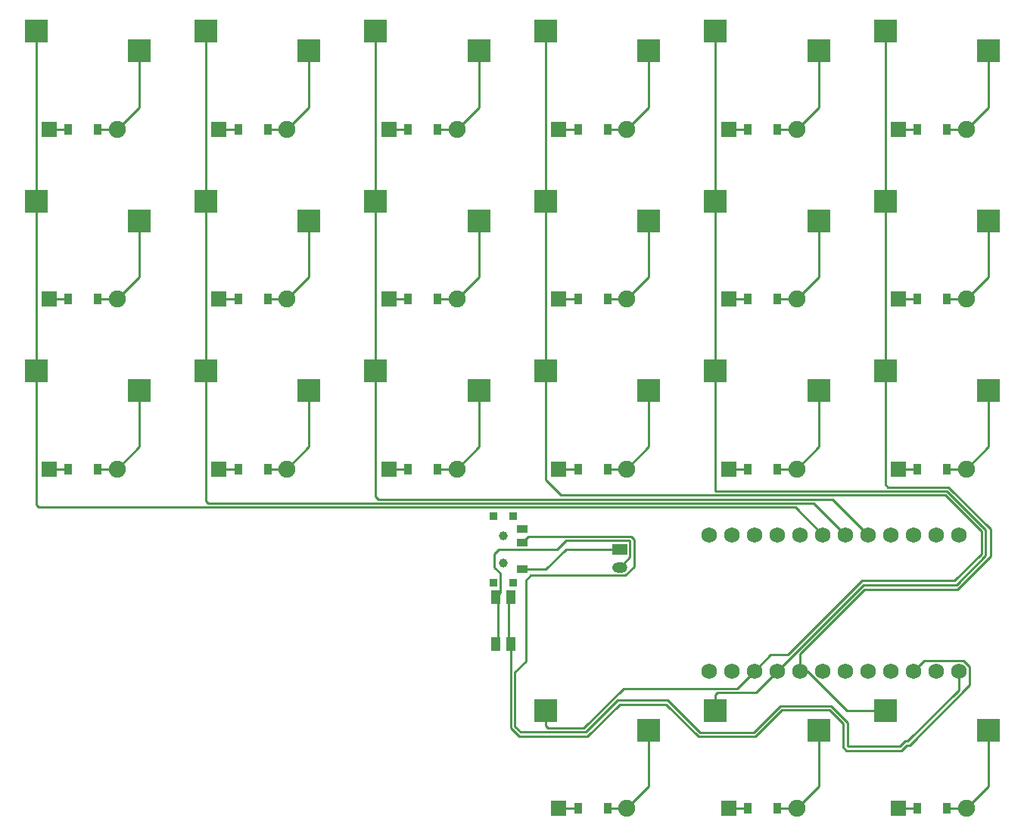
<source format=gbr>
%TF.GenerationSoftware,KiCad,Pcbnew,9.0.4*%
%TF.CreationDate,2025-09-30T09:24:18+02:00*%
%TF.ProjectId,left-finished,6c656674-2d66-4696-9e69-736865642e6b,v1.0.0*%
%TF.SameCoordinates,Original*%
%TF.FileFunction,Copper,L2,Bot*%
%TF.FilePolarity,Positive*%
%FSLAX46Y46*%
G04 Gerber Fmt 4.6, Leading zero omitted, Abs format (unit mm)*
G04 Created by KiCad (PCBNEW 9.0.4) date 2025-09-30 09:24:18*
%MOMM*%
%LPD*%
G01*
G04 APERTURE LIST*
%TA.AperFunction,SMDPad,CuDef*%
%ADD10R,0.900000X0.900000*%
%TD*%
%TA.AperFunction,WasherPad*%
%ADD11C,1.000000*%
%TD*%
%TA.AperFunction,SMDPad,CuDef*%
%ADD12R,1.250000X0.900000*%
%TD*%
%TA.AperFunction,SMDPad,CuDef*%
%ADD13R,2.600000X2.600000*%
%TD*%
%TA.AperFunction,ComponentPad*%
%ADD14R,1.778000X1.778000*%
%TD*%
%TA.AperFunction,SMDPad,CuDef*%
%ADD15R,0.900000X1.200000*%
%TD*%
%TA.AperFunction,ComponentPad*%
%ADD16C,1.905000*%
%TD*%
%TA.AperFunction,SMDPad,CuDef*%
%ADD17R,1.000000X1.550000*%
%TD*%
%TA.AperFunction,ComponentPad*%
%ADD18R,1.700000X1.200000*%
%TD*%
%TA.AperFunction,ComponentPad*%
%ADD19O,1.700000X1.200000*%
%TD*%
%TA.AperFunction,ComponentPad*%
%ADD20C,1.752600*%
%TD*%
%TA.AperFunction,Conductor*%
%ADD21C,0.250000*%
%TD*%
G04 APERTURE END LIST*
D10*
%TO.P,T1,*%
%TO.N,*%
X147900000Y-129700000D03*
X150100000Y-129700000D03*
D11*
X149000000Y-127500000D03*
X149000000Y-124500000D03*
D10*
X147900000Y-122300000D03*
X150100000Y-122300000D03*
D12*
%TO.P,T1,1*%
%TO.N,pos*%
X151075000Y-128250000D03*
%TO.P,T1,2*%
%TO.N,RAW*%
X151075000Y-125250000D03*
%TO.P,T1,3*%
%TO.N,N/C*%
X151075000Y-123750000D03*
%TD*%
D13*
%TO.P,S17,1*%
%TO.N,P113*%
X172725000Y-68050000D03*
%TO.P,S17,2*%
%TO.N,index_top*%
X184275000Y-70250000D03*
%TD*%
D14*
%TO.P,D1,1*%
%TO.N,P011*%
X98190000Y-117000000D03*
D15*
X100350000Y-117000000D03*
%TO.P,D1,2*%
%TO.N,outer_bottom*%
X103650000Y-117000000D03*
D16*
X105810000Y-117000000D03*
%TD*%
D14*
%TO.P,D20,1*%
%TO.N,P100*%
X193190000Y-98000000D03*
D15*
X195350000Y-98000000D03*
%TO.P,D20,2*%
%TO.N,inner_home*%
X198650000Y-98000000D03*
D16*
X200810000Y-98000000D03*
%TD*%
D13*
%TO.P,S6,1*%
%TO.N,P020*%
X115725000Y-68050000D03*
%TO.P,S6,2*%
%TO.N,pinky_top*%
X127275000Y-70250000D03*
%TD*%
%TO.P,S18,1*%
%TO.N,P115*%
X191725000Y-144050000D03*
%TO.P,S18,2*%
%TO.N,inner_thumb*%
X203275000Y-146250000D03*
%TD*%
%TO.P,S1,1*%
%TO.N,P022*%
X96725000Y-106050000D03*
%TO.P,S1,2*%
%TO.N,outer_bottom*%
X108275000Y-108250000D03*
%TD*%
D14*
%TO.P,D19,1*%
%TO.N,P011*%
X193190000Y-117000000D03*
D15*
X195350000Y-117000000D03*
%TO.P,D19,2*%
%TO.N,inner_bottom*%
X198650000Y-117000000D03*
D16*
X200810000Y-117000000D03*
%TD*%
D13*
%TO.P,S16,1*%
%TO.N,P113*%
X172725000Y-87050000D03*
%TO.P,S16,2*%
%TO.N,index_home*%
X184275000Y-89250000D03*
%TD*%
D17*
%TO.P,B1,1*%
%TO.N,GND*%
X148150000Y-136625000D03*
X148150000Y-131375000D03*
%TO.P,B1,2*%
%TO.N,RST*%
X149850000Y-136625000D03*
X149850000Y-131375000D03*
%TD*%
D13*
%TO.P,S12,1*%
%TO.N,P111*%
X153725000Y-87050000D03*
%TO.P,S12,2*%
%TO.N,middle_home*%
X165275000Y-89250000D03*
%TD*%
D14*
%TO.P,D3,1*%
%TO.N,P024*%
X98190000Y-79000000D03*
D15*
X100350000Y-79000000D03*
%TO.P,D3,2*%
%TO.N,outer_top*%
X103650000Y-79000000D03*
D16*
X105810000Y-79000000D03*
%TD*%
D14*
%TO.P,D2,1*%
%TO.N,P100*%
X98190000Y-98000000D03*
D15*
X100350000Y-98000000D03*
%TO.P,D2,2*%
%TO.N,outer_home*%
X103650000Y-98000000D03*
D16*
X105810000Y-98000000D03*
%TD*%
D14*
%TO.P,D9,1*%
%TO.N,P024*%
X136190000Y-79000000D03*
D15*
X138350000Y-79000000D03*
%TO.P,D9,2*%
%TO.N,ring_top*%
X141650000Y-79000000D03*
D16*
X143810000Y-79000000D03*
%TD*%
D14*
%TO.P,D10,1*%
%TO.N,P010*%
X155190000Y-155000000D03*
D15*
X157350000Y-155000000D03*
%TO.P,D10,2*%
%TO.N,middle_thumb*%
X160650000Y-155000000D03*
D16*
X162810000Y-155000000D03*
%TD*%
D14*
%TO.P,D7,1*%
%TO.N,P011*%
X136190000Y-117000000D03*
D15*
X138350000Y-117000000D03*
%TO.P,D7,2*%
%TO.N,ring_bottom*%
X141650000Y-117000000D03*
D16*
X143810000Y-117000000D03*
%TD*%
D13*
%TO.P,S7,1*%
%TO.N,P017*%
X134725000Y-106050000D03*
%TO.P,S7,2*%
%TO.N,ring_bottom*%
X146275000Y-108250000D03*
%TD*%
D14*
%TO.P,D4,1*%
%TO.N,P011*%
X117190000Y-117000000D03*
D15*
X119350000Y-117000000D03*
%TO.P,D4,2*%
%TO.N,pinky_bottom*%
X122650000Y-117000000D03*
D16*
X124810000Y-117000000D03*
%TD*%
D14*
%TO.P,D13,1*%
%TO.N,P024*%
X155190000Y-79000000D03*
D15*
X157350000Y-79000000D03*
%TO.P,D13,2*%
%TO.N,middle_top*%
X160650000Y-79000000D03*
D16*
X162810000Y-79000000D03*
%TD*%
D14*
%TO.P,D16,1*%
%TO.N,P100*%
X174190000Y-98000000D03*
D15*
X176350000Y-98000000D03*
%TO.P,D16,2*%
%TO.N,index_home*%
X179650000Y-98000000D03*
D16*
X181810000Y-98000000D03*
%TD*%
D18*
%TO.P,JST1,1*%
%TO.N,pos*%
X162000000Y-126000000D03*
D19*
%TO.P,JST1,2*%
%TO.N,GND*%
X162000000Y-128000000D03*
%TD*%
D14*
%TO.P,D21,1*%
%TO.N,P024*%
X193190000Y-79000000D03*
D15*
X195350000Y-79000000D03*
%TO.P,D21,2*%
%TO.N,inner_top*%
X198650000Y-79000000D03*
D16*
X200810000Y-79000000D03*
%TD*%
D14*
%TO.P,D11,1*%
%TO.N,P011*%
X155190000Y-117000000D03*
D15*
X157350000Y-117000000D03*
%TO.P,D11,2*%
%TO.N,middle_bottom*%
X160650000Y-117000000D03*
D16*
X162810000Y-117000000D03*
%TD*%
D14*
%TO.P,D8,1*%
%TO.N,P100*%
X136190000Y-98000000D03*
D15*
X138350000Y-98000000D03*
%TO.P,D8,2*%
%TO.N,ring_home*%
X141650000Y-98000000D03*
D16*
X143810000Y-98000000D03*
%TD*%
D13*
%TO.P,S2,1*%
%TO.N,P022*%
X96725000Y-87050000D03*
%TO.P,S2,2*%
%TO.N,outer_home*%
X108275000Y-89250000D03*
%TD*%
%TO.P,S15,1*%
%TO.N,P113*%
X172725000Y-106050000D03*
%TO.P,S15,2*%
%TO.N,index_bottom*%
X184275000Y-108250000D03*
%TD*%
%TO.P,S3,1*%
%TO.N,P022*%
X96725000Y-68050000D03*
%TO.P,S3,2*%
%TO.N,outer_top*%
X108275000Y-70250000D03*
%TD*%
D14*
%TO.P,D18,1*%
%TO.N,P010*%
X193190000Y-155000000D03*
D15*
X195350000Y-155000000D03*
%TO.P,D18,2*%
%TO.N,inner_thumb*%
X198650000Y-155000000D03*
D16*
X200810000Y-155000000D03*
%TD*%
D13*
%TO.P,S9,1*%
%TO.N,P017*%
X134725000Y-68050000D03*
%TO.P,S9,2*%
%TO.N,ring_top*%
X146275000Y-70250000D03*
%TD*%
D14*
%TO.P,D17,1*%
%TO.N,P024*%
X174190000Y-79000000D03*
D15*
X176350000Y-79000000D03*
%TO.P,D17,2*%
%TO.N,index_top*%
X179650000Y-79000000D03*
D16*
X181810000Y-79000000D03*
%TD*%
D14*
%TO.P,D15,1*%
%TO.N,P011*%
X174190000Y-117000000D03*
D15*
X176350000Y-117000000D03*
%TO.P,D15,2*%
%TO.N,index_bottom*%
X179650000Y-117000000D03*
D16*
X181810000Y-117000000D03*
%TD*%
D14*
%TO.P,D5,1*%
%TO.N,P100*%
X117190000Y-98000000D03*
D15*
X119350000Y-98000000D03*
%TO.P,D5,2*%
%TO.N,pinky_home*%
X122650000Y-98000000D03*
D16*
X124810000Y-98000000D03*
%TD*%
D13*
%TO.P,S8,1*%
%TO.N,P017*%
X134725000Y-87050000D03*
%TO.P,S8,2*%
%TO.N,ring_home*%
X146275000Y-89250000D03*
%TD*%
%TO.P,S10,1*%
%TO.N,P111*%
X153725000Y-144050000D03*
%TO.P,S10,2*%
%TO.N,middle_thumb*%
X165275000Y-146250000D03*
%TD*%
D14*
%TO.P,D14,1*%
%TO.N,P010*%
X174190000Y-155000000D03*
D15*
X176350000Y-155000000D03*
%TO.P,D14,2*%
%TO.N,index_thumb*%
X179650000Y-155000000D03*
D16*
X181810000Y-155000000D03*
%TD*%
D13*
%TO.P,S4,1*%
%TO.N,P020*%
X115725000Y-106050000D03*
%TO.P,S4,2*%
%TO.N,pinky_bottom*%
X127275000Y-108250000D03*
%TD*%
D20*
%TO.P,MCU1,1*%
%TO.N,P006*%
X199970000Y-124380000D03*
%TO.P,MCU1,2*%
%TO.N,P008*%
X197430000Y-124380000D03*
%TO.P,MCU1,3*%
%TO.N,GND*%
X194890000Y-124380000D03*
%TO.P,MCU1,4*%
X192350000Y-124380000D03*
%TO.P,MCU1,5*%
%TO.N,P017*%
X189810000Y-124380000D03*
%TO.P,MCU1,6*%
%TO.N,P020*%
X187270000Y-124380000D03*
%TO.P,MCU1,7*%
%TO.N,P022*%
X184730000Y-124380000D03*
%TO.P,MCU1,8*%
%TO.N,P024*%
X182190000Y-124380000D03*
%TO.P,MCU1,9*%
%TO.N,P100*%
X179650000Y-124380000D03*
%TO.P,MCU1,10*%
%TO.N,P011*%
X177110000Y-124380000D03*
%TO.P,MCU1,11*%
%TO.N,P104*%
X174570000Y-124380000D03*
%TO.P,MCU1,12*%
%TO.N,P106*%
X172030000Y-124380000D03*
%TO.P,MCU1,13*%
%TO.N,P009*%
X172030000Y-139620000D03*
%TO.P,MCU1,14*%
%TO.N,P010*%
X174570000Y-139620000D03*
%TO.P,MCU1,15*%
%TO.N,P111*%
X177110000Y-139620000D03*
%TO.P,MCU1,16*%
%TO.N,P113*%
X179650000Y-139620000D03*
%TO.P,MCU1,17*%
%TO.N,P115*%
X182190000Y-139620000D03*
%TO.P,MCU1,18*%
%TO.N,P002*%
X184730000Y-139620000D03*
%TO.P,MCU1,19*%
%TO.N,P029*%
X187270000Y-139620000D03*
%TO.P,MCU1,20*%
%TO.N,P031*%
X189810000Y-139620000D03*
%TO.P,MCU1,21*%
%TO.N,VCC*%
X192350000Y-139620000D03*
%TO.P,MCU1,22*%
%TO.N,RST*%
X194890000Y-139620000D03*
%TO.P,MCU1,23*%
%TO.N,GND*%
X197430000Y-139620000D03*
%TO.P,MCU1,24*%
%TO.N,RAW*%
X199970000Y-139620000D03*
%TD*%
D13*
%TO.P,S13,1*%
%TO.N,P111*%
X153725000Y-68050000D03*
%TO.P,S13,2*%
%TO.N,middle_top*%
X165275000Y-70250000D03*
%TD*%
D14*
%TO.P,D6,1*%
%TO.N,P024*%
X117190000Y-79000000D03*
D15*
X119350000Y-79000000D03*
%TO.P,D6,2*%
%TO.N,pinky_top*%
X122650000Y-79000000D03*
D16*
X124810000Y-79000000D03*
%TD*%
D13*
%TO.P,S21,1*%
%TO.N,P115*%
X191725000Y-68050000D03*
%TO.P,S21,2*%
%TO.N,inner_top*%
X203275000Y-70250000D03*
%TD*%
%TO.P,S20,1*%
%TO.N,P115*%
X191725000Y-87050000D03*
%TO.P,S20,2*%
%TO.N,inner_home*%
X203275000Y-89250000D03*
%TD*%
D14*
%TO.P,D12,1*%
%TO.N,P100*%
X155190000Y-98000000D03*
D15*
X157350000Y-98000000D03*
%TO.P,D12,2*%
%TO.N,middle_home*%
X160650000Y-98000000D03*
D16*
X162810000Y-98000000D03*
%TD*%
D13*
%TO.P,S14,1*%
%TO.N,P113*%
X172725000Y-144050000D03*
%TO.P,S14,2*%
%TO.N,index_thumb*%
X184275000Y-146250000D03*
%TD*%
%TO.P,S11,1*%
%TO.N,P111*%
X153725000Y-106050000D03*
%TO.P,S11,2*%
%TO.N,middle_bottom*%
X165275000Y-108250000D03*
%TD*%
%TO.P,S19,1*%
%TO.N,P115*%
X191725000Y-106050000D03*
%TO.P,S19,2*%
%TO.N,inner_bottom*%
X203275000Y-108250000D03*
%TD*%
%TO.P,S5,1*%
%TO.N,P020*%
X115725000Y-87050000D03*
%TO.P,S5,2*%
%TO.N,pinky_home*%
X127275000Y-89250000D03*
%TD*%
D21*
%TO.N,P022*%
X181649000Y-121299000D02*
X184730000Y-124380000D01*
X96725000Y-68050000D02*
X96725000Y-87050000D01*
X96725000Y-121024000D02*
X97000000Y-121299000D01*
X97000000Y-121299000D02*
X181649000Y-121299000D01*
X96725000Y-106050000D02*
X96725000Y-121024000D01*
X96725000Y-87050000D02*
X96725000Y-106050000D01*
%TO.N,outer_bottom*%
X108275000Y-108250000D02*
X108275000Y-114535000D01*
X108275000Y-114535000D02*
X105810000Y-117000000D01*
X105810000Y-117000000D02*
X103650000Y-117000000D01*
%TO.N,outer_home*%
X105810000Y-98000000D02*
X103650000Y-98000000D01*
X108275000Y-95535000D02*
X105810000Y-98000000D01*
X108275000Y-89250000D02*
X108275000Y-95535000D01*
%TO.N,outer_top*%
X108275000Y-76535000D02*
X105810000Y-79000000D01*
X105810000Y-79000000D02*
X103650000Y-79000000D01*
X108275000Y-70250000D02*
X108275000Y-76535000D01*
%TO.N,P020*%
X115725000Y-120573000D02*
X116000000Y-120848000D01*
X115725000Y-87050000D02*
X115725000Y-106050000D01*
X115725000Y-68050000D02*
X115725000Y-87050000D01*
X116000000Y-120848000D02*
X183738000Y-120848000D01*
X115725000Y-106050000D02*
X115725000Y-120573000D01*
X183738000Y-120848000D02*
X187270000Y-124380000D01*
%TO.N,pinky_bottom*%
X124810000Y-117000000D02*
X122650000Y-117000000D01*
X127275000Y-114535000D02*
X124810000Y-117000000D01*
X127275000Y-108250000D02*
X127275000Y-114535000D01*
%TO.N,pinky_home*%
X127275000Y-89250000D02*
X127275000Y-95535000D01*
X127275000Y-95535000D02*
X124810000Y-98000000D01*
X124810000Y-98000000D02*
X122650000Y-98000000D01*
%TO.N,pinky_top*%
X127275000Y-70250000D02*
X127275000Y-76535000D01*
X127275000Y-76535000D02*
X124810000Y-79000000D01*
X124810000Y-79000000D02*
X122650000Y-79000000D01*
%TO.N,P017*%
X134725000Y-87050000D02*
X134725000Y-106050000D01*
X185827000Y-120397000D02*
X189810000Y-124380000D01*
X134725000Y-68050000D02*
X134725000Y-87050000D01*
X134725000Y-106050000D02*
X134725000Y-120122000D01*
X135000000Y-120397000D02*
X185827000Y-120397000D01*
X134725000Y-120122000D02*
X135000000Y-120397000D01*
%TO.N,ring_bottom*%
X143810000Y-117000000D02*
X141650000Y-117000000D01*
X146275000Y-114535000D02*
X143810000Y-117000000D01*
X146275000Y-108250000D02*
X146275000Y-114535000D01*
%TO.N,ring_home*%
X146275000Y-89250000D02*
X146275000Y-95535000D01*
X146275000Y-95535000D02*
X143810000Y-98000000D01*
X143810000Y-98000000D02*
X141650000Y-98000000D01*
%TO.N,ring_top*%
X146275000Y-76535000D02*
X143810000Y-79000000D01*
X146275000Y-70250000D02*
X146275000Y-76535000D01*
X143810000Y-79000000D02*
X141650000Y-79000000D01*
%TO.N,P111*%
X153725000Y-118225000D02*
X155446000Y-119946000D01*
X153725000Y-145774000D02*
X153774000Y-145774000D01*
X153725000Y-144050000D02*
X153725000Y-145774000D01*
X153725000Y-106050000D02*
X153725000Y-118225000D01*
X198446000Y-119946000D02*
X202500000Y-124000000D01*
X153725000Y-68050000D02*
X153725000Y-87050000D01*
X180816095Y-137816095D02*
X178913905Y-137816095D01*
X202500000Y-126500000D02*
X199500000Y-129500000D01*
X199500000Y-129500000D02*
X189132190Y-129500000D01*
X189132190Y-129500000D02*
X180816095Y-137816095D01*
X155446000Y-119946000D02*
X198446000Y-119946000D01*
X153725000Y-87050000D02*
X153725000Y-106050000D01*
X162451000Y-141549000D02*
X175181000Y-141549000D01*
X158000000Y-146000000D02*
X162451000Y-141549000D01*
X175181000Y-141549000D02*
X177110000Y-139620000D01*
X202500000Y-124000000D02*
X202500000Y-126500000D01*
X153774000Y-145774000D02*
X154000000Y-146000000D01*
X178913905Y-137816095D02*
X177110000Y-139620000D01*
X154000000Y-146000000D02*
X158000000Y-146000000D01*
%TO.N,middle_thumb*%
X165275000Y-152535000D02*
X165275000Y-146250000D01*
X162810000Y-155000000D02*
X165275000Y-152535000D01*
X160650000Y-155000000D02*
X162810000Y-155000000D01*
%TO.N,middle_bottom*%
X162810000Y-117000000D02*
X160650000Y-117000000D01*
X165275000Y-108250000D02*
X165275000Y-114535000D01*
X165275000Y-114535000D02*
X162810000Y-117000000D01*
%TO.N,middle_home*%
X165275000Y-89250000D02*
X165275000Y-95535000D01*
X165275000Y-95535000D02*
X162810000Y-98000000D01*
X162810000Y-98000000D02*
X160650000Y-98000000D01*
%TO.N,middle_top*%
X162810000Y-79000000D02*
X160650000Y-79000000D01*
X165275000Y-76535000D02*
X162810000Y-79000000D01*
X165275000Y-70250000D02*
X165275000Y-76535000D01*
%TO.N,P113*%
X177270000Y-142000000D02*
X179650000Y-139620000D01*
X172725000Y-106050000D02*
X172725000Y-119495000D01*
X198632810Y-119495000D02*
X202951000Y-123813190D01*
X172725000Y-87050000D02*
X172725000Y-106050000D01*
X172725000Y-119495000D02*
X198632810Y-119495000D01*
X172725000Y-144050000D02*
X172725000Y-142275000D01*
X172725000Y-68050000D02*
X172725000Y-87050000D01*
X199686810Y-129951000D02*
X189319000Y-129951000D01*
X202951000Y-123813190D02*
X202951000Y-126686810D01*
X173000000Y-142000000D02*
X177270000Y-142000000D01*
X172725000Y-142275000D02*
X173000000Y-142000000D01*
X173346935Y-144050000D02*
X172725000Y-144050000D01*
X202951000Y-126686810D02*
X199686810Y-129951000D01*
X189319000Y-129951000D02*
X179650000Y-139620000D01*
%TO.N,index_thumb*%
X179650000Y-155000000D02*
X181810000Y-155000000D01*
X181810000Y-155000000D02*
X184275000Y-152535000D01*
X184275000Y-152535000D02*
X184275000Y-146250000D01*
%TO.N,index_bottom*%
X181810000Y-117000000D02*
X179650000Y-117000000D01*
X184275000Y-108250000D02*
X184275000Y-114535000D01*
X184275000Y-114535000D02*
X181810000Y-117000000D01*
%TO.N,index_home*%
X184275000Y-89250000D02*
X184275000Y-95535000D01*
X181810000Y-98000000D02*
X179650000Y-98000000D01*
X184275000Y-95535000D02*
X181810000Y-98000000D01*
%TO.N,index_top*%
X184275000Y-70250000D02*
X184275000Y-76535000D01*
X184275000Y-76535000D02*
X181810000Y-79000000D01*
X181810000Y-79000000D02*
X179650000Y-79000000D01*
%TO.N,P115*%
X199775620Y-130500000D02*
X189407810Y-130500000D01*
X189407810Y-130500000D02*
X182190000Y-137717810D01*
X191725000Y-87050000D02*
X191725000Y-106050000D01*
X191725000Y-106050000D02*
X191725000Y-118769000D01*
X187459691Y-144050000D02*
X183029691Y-139620000D01*
X203500000Y-126775620D02*
X199775620Y-130500000D01*
X198819620Y-119044000D02*
X203500000Y-123724380D01*
X192000000Y-119044000D02*
X198819620Y-119044000D01*
X191725000Y-118769000D02*
X192000000Y-119044000D01*
X182190000Y-137717810D02*
X182190000Y-139620000D01*
X203500000Y-123724380D02*
X203500000Y-126775620D01*
X191725000Y-144050000D02*
X187459691Y-144050000D01*
X191725000Y-68050000D02*
X191725000Y-87050000D01*
X183029691Y-139620000D02*
X182190000Y-139620000D01*
%TO.N,inner_thumb*%
X203275000Y-152535000D02*
X200810000Y-155000000D01*
X200810000Y-155000000D02*
X198650000Y-155000000D01*
X203275000Y-146250000D02*
X203275000Y-152535000D01*
%TO.N,inner_bottom*%
X203275000Y-108250000D02*
X203275000Y-114535000D01*
X203275000Y-114535000D02*
X200810000Y-117000000D01*
X200810000Y-117000000D02*
X198650000Y-117000000D01*
%TO.N,inner_home*%
X203275000Y-89250000D02*
X203275000Y-95535000D01*
X200810000Y-98000000D02*
X198650000Y-98000000D01*
X203275000Y-95535000D02*
X200810000Y-98000000D01*
%TO.N,inner_top*%
X203275000Y-70250000D02*
X203275000Y-76535000D01*
X203275000Y-76535000D02*
X200810000Y-79000000D01*
X200810000Y-79000000D02*
X198650000Y-79000000D01*
%TO.N,P011*%
X195350000Y-117000000D02*
X193190000Y-117000000D01*
X157350000Y-117000000D02*
X155190000Y-117000000D01*
X119350000Y-117000000D02*
X117190000Y-117000000D01*
X138350000Y-117000000D02*
X136190000Y-117000000D01*
X176350000Y-117000000D02*
X174190000Y-117000000D01*
X100350000Y-117000000D02*
X98190000Y-117000000D01*
%TO.N,P100*%
X138350000Y-98000000D02*
X136190000Y-98000000D01*
X119350000Y-98000000D02*
X117190000Y-98000000D01*
X176350000Y-98000000D02*
X174190000Y-98000000D01*
X100350000Y-98000000D02*
X98190000Y-98000000D01*
X195350000Y-98000000D02*
X193190000Y-98000000D01*
X157350000Y-98000000D02*
X155190000Y-98000000D01*
%TO.N,P024*%
X119350000Y-79000000D02*
X117190000Y-79000000D01*
X138350000Y-79000000D02*
X136190000Y-79000000D01*
X195350000Y-79000000D02*
X193190000Y-79000000D01*
X100350000Y-79000000D02*
X98190000Y-79000000D01*
X176350000Y-79000000D02*
X174190000Y-79000000D01*
X157350000Y-79000000D02*
X155190000Y-79000000D01*
%TO.N,P010*%
X195350000Y-155000000D02*
X193190000Y-155000000D01*
X157350000Y-155000000D02*
X155190000Y-155000000D01*
X176350000Y-155000000D02*
X174190000Y-155000000D01*
%TO.N,RAW*%
X150301000Y-139699000D02*
X150301000Y-145801000D01*
X158186810Y-146451000D02*
X161762810Y-142875000D01*
X151776000Y-124549000D02*
X163288810Y-124549000D01*
X163627000Y-127932562D02*
X162633562Y-128926000D01*
X167375000Y-142875000D02*
X171000000Y-146500000D01*
X150951000Y-146451000D02*
X158186810Y-146451000D01*
X163627000Y-124887190D02*
X163627000Y-127932562D01*
X193947277Y-147458500D02*
X194244565Y-147458500D01*
X187500000Y-148000000D02*
X187549000Y-148049000D01*
X177000000Y-146500000D02*
X180000000Y-143500000D01*
X187500000Y-145362190D02*
X187500000Y-148000000D01*
X199970000Y-141733065D02*
X199970000Y-139620000D01*
X194244565Y-147458500D02*
X199970000Y-141733065D01*
X171000000Y-146500000D02*
X177000000Y-146500000D01*
X185637810Y-143500000D02*
X187500000Y-145362190D01*
X150301000Y-145801000D02*
X150951000Y-146451000D01*
X180000000Y-143500000D02*
X185637810Y-143500000D01*
X152074000Y-128926000D02*
X151500000Y-129500000D01*
X161762810Y-142875000D02*
X167375000Y-142875000D01*
X163288810Y-124549000D02*
X163627000Y-124887190D01*
X151500000Y-138500000D02*
X150301000Y-139699000D01*
X193356777Y-148049000D02*
X193947277Y-147458500D01*
X162633562Y-128926000D02*
X152074000Y-128926000D01*
X187549000Y-148049000D02*
X193356777Y-148049000D01*
X151500000Y-129500000D02*
X151500000Y-138500000D01*
X151075000Y-125250000D02*
X151776000Y-124549000D01*
%TO.N,GND*%
X163176000Y-125074000D02*
X163102000Y-125000000D01*
X148676000Y-128676000D02*
X148676000Y-130849000D01*
X148150000Y-136625000D02*
X148150000Y-136852000D01*
X148676000Y-130849000D02*
X148150000Y-131375000D01*
X149526000Y-126026000D02*
X149500000Y-126000000D01*
X149526000Y-126026000D02*
X148474000Y-126026000D01*
X155026000Y-126026000D02*
X149526000Y-126026000D01*
X163176000Y-126824000D02*
X163176000Y-125074000D01*
X156052000Y-125000000D02*
X155026000Y-126026000D01*
X162000000Y-128000000D02*
X163176000Y-126824000D01*
X148376000Y-131601000D02*
X148376000Y-136399000D01*
X148474000Y-126026000D02*
X148000000Y-126500000D01*
X149500000Y-126000000D02*
X148902000Y-126000000D01*
X148150000Y-131375000D02*
X148376000Y-131601000D01*
X148000000Y-126500000D02*
X148000000Y-128000000D01*
X148376000Y-136399000D02*
X148150000Y-136625000D01*
X148150000Y-131375000D02*
X148500000Y-131725000D01*
X148500000Y-136275000D02*
X148150000Y-136625000D01*
X163102000Y-125000000D02*
X156052000Y-125000000D01*
X148000000Y-128000000D02*
X148676000Y-128676000D01*
%TO.N,RST*%
X150764190Y-146902000D02*
X158424000Y-146902000D01*
X187000000Y-148137810D02*
X187362190Y-148500000D01*
X149850000Y-145987810D02*
X150764190Y-146902000D01*
X201172300Y-141168575D02*
X201172300Y-139121991D01*
X193771794Y-148271794D02*
X194134087Y-147909500D01*
X158424000Y-146902000D02*
X162000000Y-143326000D01*
X187362190Y-148500000D02*
X193543588Y-148500000D01*
X185451000Y-143951000D02*
X187000000Y-145500000D01*
X194134087Y-147909500D02*
X194431375Y-147909500D01*
X170813190Y-146951000D02*
X177186810Y-146951000D01*
X167188190Y-143326000D02*
X170813190Y-146951000D01*
X180186810Y-143951000D02*
X185451000Y-143951000D01*
X193543587Y-148500000D02*
X193771794Y-148271794D01*
X149624000Y-131601000D02*
X149624000Y-136399000D01*
X162000000Y-143326000D02*
X167188190Y-143326000D01*
X194431375Y-147909500D02*
X201172300Y-141168575D01*
X187000000Y-145500000D02*
X187000000Y-148137810D01*
X193543588Y-148500000D02*
X193771794Y-148271794D01*
X177186810Y-146951000D02*
X180186810Y-143951000D01*
X200468009Y-138417700D02*
X196092300Y-138417700D01*
X149850000Y-136625000D02*
X149850000Y-145987810D01*
X149850000Y-131375000D02*
X149624000Y-131601000D01*
X196092300Y-138417700D02*
X194890000Y-139620000D01*
X149624000Y-136399000D02*
X149850000Y-136625000D01*
X201172300Y-139121991D02*
X200468009Y-138417700D01*
%TO.N,pos*%
X153750000Y-128250000D02*
X151075000Y-128250000D01*
X156000000Y-126000000D02*
X153750000Y-128250000D01*
X162000000Y-126000000D02*
X156000000Y-126000000D01*
%TD*%
M02*

</source>
